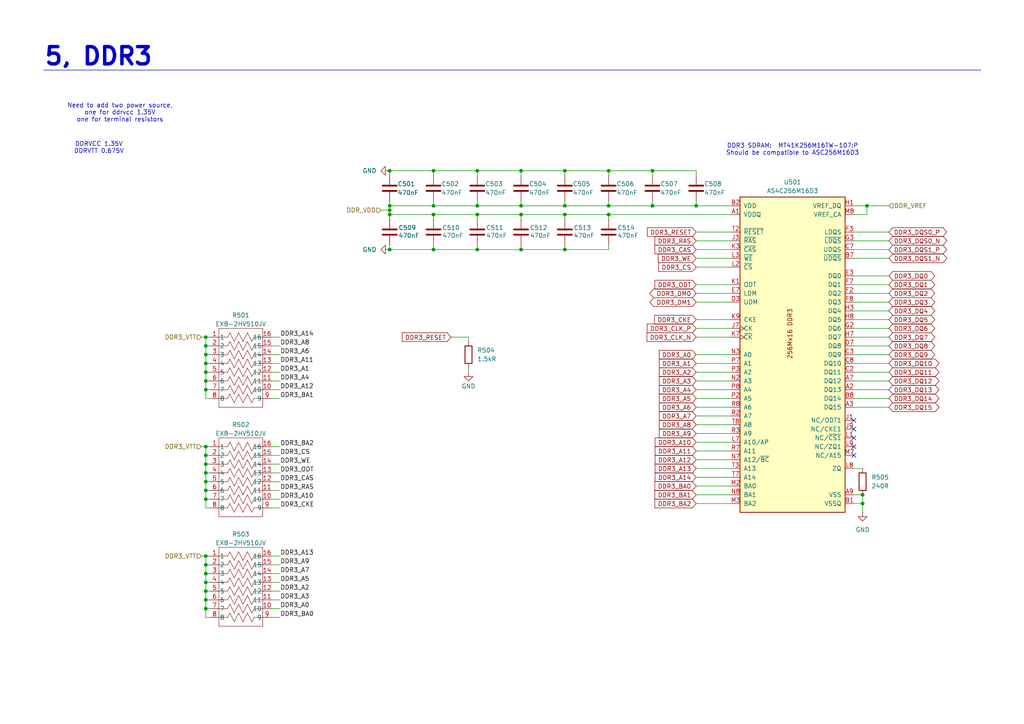
<source format=kicad_sch>
(kicad_sch (version 20250114) (generator "eeschema") (generator_version "9.0")
  (paper "A4")
  (lib_symbols
    (symbol "common_library:AS4C256M16D3" (pin_names (offset 1.016))
      (property "Reference" "U" (at 17.78 6.35 0))
      (property "Value" "AS4C256M16D3" (at 17.78 4.318 0))
      (symbol "AS4C256M16D3_1_1"
        (rectangle (start 2.54 2.54) (end 33.02 -88.9) (stroke (width 0.254)) (fill (type background)))
        (text "256Mx16 DDR3" (at 17.78 -44.45 900) (effects (font (size 1.27 1.27)) (justify left bottom)))
        (pin power_in line (at 0 0 0) (length 2.54) (name "VDD") (number "B2"))
        (pin passive line (at 0 0 0) (length 2.54) (hide yes) (name "VDD") (number "D9"))
        (pin passive line (at 0 0 0) (length 2.54) (hide yes) (name "VDD") (number "G7"))
        (pin passive line (at 0 0 0) (length 2.54) (hide yes) (name "VDD") (number "K2"))
        (pin passive line (at 0 0 0) (length 2.54) (hide yes) (name "VDD") (number "K8"))
        (pin passive line (at 0 0 0) (length 2.54) (hide yes) (name "VDD") (number "N1"))
        (pin passive line (at 0 0 0) (length 2.54) (hide yes) (name "VDD") (number "N9"))
        (pin passive line (at 0 0 0) (length 2.54) (hide yes) (name "VDD") (number "R1"))
        (pin passive line (at 0 0 0) (length 2.54) (hide yes) (name "VDD") (number "R9"))
        (pin power_in line (at 0 -2.54 0) (length 2.54) (name "VDDQ") (number "A1"))
        (pin passive line (at 0 -2.54 0) (length 2.54) (hide yes) (name "VDDQ") (number "A8"))
        (pin passive line (at 0 -2.54 0) (length 2.54) (hide yes) (name "VDDQ") (number "C1"))
        (pin passive line (at 0 -2.54 0) (length 2.54) (hide yes) (name "VDDQ") (number "C9"))
        (pin passive line (at 0 -2.54 0) (length 2.54) (hide yes) (name "VDDQ") (number "D2"))
        (pin passive line (at 0 -2.54 0) (length 2.54) (hide yes) (name "VDDQ") (number "E9"))
        (pin passive line (at 0 -2.54 0) (length 2.54) (hide yes) (name "VDDQ") (number "F1"))
        (pin passive line (at 0 -2.54 0) (length 2.54) (hide yes) (name "VDDQ") (number "H2"))
        (pin passive line (at 0 -2.54 0) (length 2.54) (hide yes) (name "VDDQ") (number "H9"))
        (pin input line (at 0 -7.62 0) (length 2.54) (name "~{RESET}") (number "T2"))
        (pin input line (at 0 -10.16 0) (length 2.54) (name "~{RAS}") (number "J3"))
        (pin input line (at 0 -12.7 0) (length 2.54) (name "~{CAS}") (number "K3"))
        (pin input line (at 0 -15.24 0) (length 2.54) (name "~{WE}") (number "L3"))
        (pin input line (at 0 -17.78 0) (length 2.54) (name "~{CS}") (number "L2"))
        (pin input line (at 0 -22.86 0) (length 2.54) (name "ODT") (number "K1"))
        (pin input line (at 0 -25.4 0) (length 2.54) (name "LDM") (number "E7"))
        (pin input line (at 0 -27.94 0) (length 2.54) (name "UDM") (number "D3"))
        (pin input line (at 0 -33.02 0) (length 2.54) (name "CKE") (number "K9"))
        (pin input clock (at 0 -35.56 0) (length 2.54) (name "CK") (number "J7"))
        (pin input clock (at 0 -38.1 0) (length 2.54) (name "~{CK}") (number "K7"))
        (pin input line (at 0 -43.18 0) (length 2.54) (name "A0") (number "N3"))
        (pin input line (at 0 -45.72 0) (length 2.54) (name "A1") (number "P7"))
        (pin input line (at 0 -48.26 0) (length 2.54) (name "A2") (number "P3"))
        (pin input line (at 0 -50.8 0) (length 2.54) (name "A3") (number "N2"))
        (pin input line (at 0 -53.34 0) (length 2.54) (name "A4") (number "P8"))
        (pin input line (at 0 -55.88 0) (length 2.54) (name "A5") (number "P2"))
        (pin input line (at 0 -58.42 0) (length 2.54) (name "A6") (number "R8"))
        (pin input line (at 0 -60.96 0) (length 2.54) (name "A7") (number "R2"))
        (pin input line (at 0 -63.5 0) (length 2.54) (name "A8") (number "T8"))
        (pin input line (at 0 -66.04 0) (length 2.54) (name "A9") (number "R3"))
        (pin input line (at 0 -68.58 0) (length 2.54) (name "A10/AP") (number "L7"))
        (pin input line (at 0 -71.12 0) (length 2.54) (name "A11") (number "R7"))
        (pin input line (at 0 -73.66 0) (length 2.54) (name "A12/~{BC}") (number "N7"))
        (pin input line (at 0 -76.2 0) (length 2.54) (name "A13") (number "T3"))
        (pin input line (at 0 -78.74 0) (length 2.54) (name "A14") (number "T7"))
        (pin input line (at 0 -81.28 0) (length 2.54) (name "BA0") (number "M2"))
        (pin input line (at 0 -83.82 0) (length 2.54) (name "BA1") (number "N8"))
        (pin input line (at 0 -86.36 0) (length 2.54) (name "BA2") (number "M3"))
        (pin no_connect line (at 12.7 -88.9 90) (length 2.54) (hide yes) (name "M7") (number "M7"))
        (pin no_connect line (at 15.24 -88.9 90) (length 2.54) (hide yes) (name "J1") (number "J1"))
        (pin no_connect line (at 17.78 -88.9 90) (length 2.54) (hide yes) (name "L1") (number "L1"))
        (pin no_connect line (at 20.32 -88.9 90) (length 2.54) (hide yes) (name "T7") (number "T7"))
        (pin no_connect line (at 22.86 -88.9 90) (length 2.54) (hide yes) (name "J9") (number "J9"))
        (pin no_connect line (at 25.4 -88.9 90) (length 2.54) (hide yes) (name "L9") (number "L9"))
        (pin power_in line (at 35.56 0 180) (length 2.54) (name "VREF_DQ") (number "H1"))
        (pin power_in line (at 35.56 -2.54 180) (length 2.54) (name "VREF_CA") (number "M8"))
        (pin bidirectional line (at 35.56 -7.62 180) (length 2.54) (name "LDQS") (number "F3"))
        (pin bidirectional line (at 35.56 -10.16 180) (length 2.54) (name "~{LDQS}") (number "G3"))
        (pin bidirectional line (at 35.56 -12.7 180) (length 2.54) (name "UDQS") (number "C7"))
        (pin bidirectional line (at 35.56 -15.24 180) (length 2.54) (name "~{UDQS}") (number "B7"))
        (pin bidirectional line (at 35.56 -20.32 180) (length 2.54) (name "DQ0") (number "E3"))
        (pin bidirectional line (at 35.56 -22.86 180) (length 2.54) (name "DQ1") (number "F7"))
        (pin bidirectional line (at 35.56 -25.4 180) (length 2.54) (name "DQ2") (number "F2"))
        (pin bidirectional line (at 35.56 -27.94 180) (length 2.54) (name "DQ3") (number "F8"))
        (pin bidirectional line (at 35.56 -30.48 180) (length 2.54) (name "DQ4") (number "H3"))
        (pin bidirectional line (at 35.56 -33.02 180) (length 2.54) (name "DQ5") (number "H8"))
        (pin bidirectional line (at 35.56 -35.56 180) (length 2.54) (name "DQ6") (number "G2"))
        (pin bidirectional line (at 35.56 -38.1 180) (length 2.54) (name "DQ7") (number "H7"))
        (pin bidirectional line (at 35.56 -40.64 180) (length 2.54) (name "DQ8") (number "D7"))
        (pin bidirectional line (at 35.56 -43.18 180) (length 2.54) (name "DQ9") (number "C3"))
        (pin bidirectional line (at 35.56 -45.72 180) (length 2.54) (name "DQ10") (number "C8"))
        (pin bidirectional line (at 35.56 -48.26 180) (length 2.54) (name "DQ11") (number "C2"))
        (pin bidirectional line (at 35.56 -50.8 180) (length 2.54) (name "DQ12") (number "A7"))
        (pin bidirectional line (at 35.56 -53.34 180) (length 2.54) (name "DQ13") (number "A2"))
        (pin bidirectional line (at 35.56 -55.88 180) (length 2.54) (name "DQ14") (number "B8"))
        (pin bidirectional line (at 35.56 -58.42 180) (length 2.54) (name "DQ15") (number "A3"))
        (pin passive line (at 35.56 -62.23 180) (length 2.54) (name "NC/ODT1") (number "J1"))
        (pin passive line (at 35.56 -64.77 180) (length 2.54) (name "NC/CKE1") (number "J9"))
        (pin passive line (at 35.56 -67.31 180) (length 2.54) (name "NC/~{CS1}") (number "L1"))
        (pin passive line (at 35.56 -69.85 180) (length 2.54) (name "NC/ZQ1") (number "L9"))
        (pin passive line (at 35.56 -72.39 180) (length 2.54) (name "NC/A15") (number "M7"))
        (pin passive line (at 35.56 -76.2 180) (length 2.54) (name "ZQ") (number "L8"))
        (pin power_in line (at 35.56 -83.82 180) (length 2.54) (name "VSS") (number "A9"))
        (pin passive line (at 35.56 -83.82 180) (length 2.54) (hide yes) (name "VSS") (number "B3"))
        (pin passive line (at 35.56 -83.82 180) (length 2.54) (hide yes) (name "VSS") (number "E1"))
        (pin passive line (at 35.56 -83.82 180) (length 2.54) (hide yes) (name "VSS") (number "G8"))
        (pin passive line (at 35.56 -83.82 180) (length 2.54) (hide yes) (name "VSS") (number "J2"))
        (pin passive line (at 35.56 -83.82 180) (length 2.54) (hide yes) (name "VSS") (number "J8"))
        (pin passive line (at 35.56 -83.82 180) (length 2.54) (hide yes) (name "VSS") (number "M1"))
        (pin passive line (at 35.56 -83.82 180) (length 2.54) (hide yes) (name "VSS") (number "M9"))
        (pin passive line (at 35.56 -83.82 180) (length 2.54) (hide yes) (name "VSS") (number "P1"))
        (pin passive line (at 35.56 -83.82 180) (length 2.54) (hide yes) (name "VSS") (number "P9"))
        (pin passive line (at 35.56 -83.82 180) (length 2.54) (hide yes) (name "VSS") (number "T1"))
        (pin passive line (at 35.56 -83.82 180) (length 2.54) (hide yes) (name "VSS") (number "T9"))
        (pin power_in line (at 35.56 -86.36 180) (length 2.54) (name "VSSQ") (number "B1"))
        (pin passive line (at 35.56 -86.36 180) (length 2.54) (hide yes) (name "VSSQ") (number "B9"))
        (pin passive line (at 35.56 -86.36 180) (length 2.54) (hide yes) (name "VSSQ") (number "D1"))
        (pin passive line (at 35.56 -86.36 180) (length 2.54) (hide yes) (name "VSSQ") (number "D8"))
        (pin passive line (at 35.56 -86.36 180) (length 2.54) (hide yes) (name "VSSQ") (number "E2"))
        (pin passive line (at 35.56 -86.36 180) (length 2.54) (hide yes) (name "VSSQ") (number "E8"))
        (pin passive line (at 35.56 -86.36 180) (length 2.54) (hide yes) (name "VSSQ") (number "F9"))
        (pin passive line (at 35.56 -86.36 180) (length 2.54) (hide yes) (name "VSSQ") (number "G1"))
        (pin passive line (at 35.56 -86.36 180) (length 2.54) (hide yes) (name "VSSQ") (number "G9"))
      )
    )
    (symbol "common_library:EXB-2HV510JV" (pin_names (offset 0.254))
      (property "Reference" "R" (at -0.508 18.034 0))
      (property "Value" "EXB-2HV510JV" (at 0 14.478 0))
      (symbol "EXB-2HV510JV_0_1"
        (polyline (pts (xy -6.35 11.43) (xy -6.35 -11.43)) (stroke (width 0.127)))
        (polyline (pts (xy -6.35 8.89) (xy -3.81 8.89)) (stroke (width 0.127)))
        (polyline (pts (xy -6.35 6.35) (xy -3.81 6.35)) (stroke (width 0.127)))
        (polyline (pts (xy -6.35 3.81) (xy -3.81 3.81)) (stroke (width 0.127)))
        (polyline (pts (xy -6.35 1.27) (xy -3.81 1.27)) (stroke (width 0.127)))
        (polyline (pts (xy -6.35 -1.27) (xy -3.81 -1.27)) (stroke (width 0.127)))
        (polyline (pts (xy -6.35 -3.81) (xy -3.81 -3.81)) (stroke (width 0.127)))
        (polyline (pts (xy -6.35 -6.35) (xy -3.81 -6.35)) (stroke (width 0.127)))
        (polyline (pts (xy -6.35 -8.89) (xy -3.81 -8.89)) (stroke (width 0.127)))
        (polyline (pts (xy -6.35 -11.43) (xy 6.35 -11.43)) (stroke (width 0.127)))
        (polyline (pts (xy -3.81 8.89) (xy -3.175 10.16)) (stroke (width 0.127)))
        (polyline (pts (xy -3.81 6.35) (xy -3.175 7.62)) (stroke (width 0.127)))
        (polyline (pts (xy -3.81 3.81) (xy -3.175 5.08)) (stroke (width 0.127)))
        (polyline (pts (xy -3.81 1.27) (xy -3.175 2.54)) (stroke (width 0.127)))
        (polyline (pts (xy -3.81 -1.27) (xy -3.175 0)) (stroke (width 0.127)))
        (polyline (pts (xy -3.81 -3.81) (xy -3.175 -2.54)) (stroke (width 0.127)))
        (polyline (pts (xy -3.81 -6.35) (xy -3.175 -5.08)) (stroke (width 0.127)))
        (polyline (pts (xy -3.81 -8.89) (xy -3.175 -7.62)) (stroke (width 0.127)))
        (polyline (pts (xy -3.175 10.16) (xy -1.905 7.62)) (stroke (width 0.127)))
        (polyline (pts (xy -3.175 7.62) (xy -1.905 5.08)) (stroke (width 0.127)))
        (polyline (pts (xy -3.175 5.08) (xy -1.905 2.54)) (stroke (width 0.127)))
        (polyline (pts (xy -3.175 2.54) (xy -1.905 0)) (stroke (width 0.127)))
        (polyline (pts (xy -3.175 0) (xy -1.905 -2.54)) (stroke (width 0.127)))
        (polyline (pts (xy -3.175 -2.54) (xy -1.905 -5.08)) (stroke (width 0.127)))
        (polyline (pts (xy -3.175 -5.08) (xy -1.905 -7.62)) (stroke (width 0.127)))
        (polyline (pts (xy -3.175 -7.62) (xy -1.905 -10.16)) (stroke (width 0.127)))
        (polyline (pts (xy -1.905 7.62) (xy -0.635 10.16)) (stroke (width 0.127)))
        (polyline (pts (xy -1.905 5.08) (xy -0.635 7.62)) (stroke (width 0.127)))
        (polyline (pts (xy -1.905 2.54) (xy -0.635 5.08)) (stroke (width 0.127)))
        (polyline (pts (xy -1.905 0) (xy -0.635 2.54)) (stroke (width 0.127)))
        (polyline (pts (xy -1.905 -2.54) (xy -0.635 0)) (stroke (width 0.127)))
        (polyline (pts (xy -1.905 -5.08) (xy -0.635 -2.54)) (stroke (width 0.127)))
        (polyline (pts (xy -1.905 -7.62) (xy -0.635 -5.08)) (stroke (width 0.127)))
        (polyline (pts (xy -1.905 -10.16) (xy -0.635 -7.62)) (stroke (width 0.127)))
        (polyline (pts (xy -0.635 10.16) (xy 0.635 7.62)) (stroke (width 0.127)))
        (polyline (pts (xy -0.635 7.62) (xy 0.635 5.08)) (stroke (width 0.127)))
        (polyline (pts (xy -0.635 5.08) (xy 0.635 2.54)) (stroke (width 0.127)))
        (polyline (pts (xy -0.635 2.54) (xy 0.635 0)) (stroke (width 0.127)))
        (polyline (pts (xy -0.635 0) (xy 0.635 -2.54)) (stroke (width 0.127)))
        (polyline (pts (xy -0.635 -2.54) (xy 0.635 -5.08)) (stroke (width 0.127)))
        (polyline (pts (xy -0.635 -5.08) (xy 0.635 -7.62)) (stroke (width 0.127)))
        (polyline (pts (xy -0.635 -7.62) (xy 0.635 -10.16)) (stroke (width 0.127)))
        (polyline (pts (xy 0.635 7.62) (xy 1.905 10.16)) (stroke (width 0.127)))
        (polyline (pts (xy 0.635 5.08) (xy 1.905 7.62)) (stroke (width 0.127)))
        (polyline (pts (xy 0.635 2.54) (xy 1.905 5.08)) (stroke (width 0.127)))
        (polyline (pts (xy 0.635 0) (xy 1.905 2.54)) (stroke (width 0.127)))
        (polyline (pts (xy 0.635 -2.54) (xy 1.905 0)) (stroke (width 0.127)))
        (polyline (pts (xy 0.635 -5.08) (xy 1.905 -2.54)) (stroke (width 0.127)))
        (polyline (pts (xy 0.635 -7.62) (xy 1.905 -5.08)) (stroke (width 0.127)))
        (polyline (pts (xy 0.635 -10.16) (xy 1.905 -7.62)) (stroke (width 0.127)))
        (polyline (pts (xy 1.905 10.16) (xy 3.175 7.62)) (stroke (width 0.127)))
        (polyline (pts (xy 1.905 7.62) (xy 3.175 5.08)) (stroke (width 0.127)))
        (polyline (pts (xy 1.905 5.08) (xy 3.175 2.54)) (stroke (width 0.127)))
        (polyline (pts (xy 1.905 2.54) (xy 3.175 0)) (stroke (width 0.127)))
        (polyline (pts (xy 1.905 0) (xy 3.175 -2.54)) (stroke (width 0.127)))
        (polyline (pts (xy 1.905 -2.54) (xy 3.175 -5.08)) (stroke (width 0.127)))
        (polyline (pts (xy 1.905 -5.08) (xy 3.175 -7.62)) (stroke (width 0.127)))
        (polyline (pts (xy 1.905 -7.62) (xy 3.175 -10.16)) (stroke (width 0.127)))
        (polyline (pts (xy 3.175 7.62) (xy 3.81 8.89)) (stroke (width 0.127)))
        (polyline (pts (xy 3.175 5.08) (xy 3.81 6.35)) (stroke (width 0.127)))
        (polyline (pts (xy 3.175 2.54) (xy 3.81 3.81)) (stroke (width 0.127)))
        (polyline (pts (xy 3.175 0) (xy 3.81 1.27)) (stroke (width 0.127)))
        (polyline (pts (xy 3.175 -2.54) (xy 3.81 -1.27)) (stroke (width 0.127)))
        (polyline (pts (xy 3.175 -5.08) (xy 3.81 -3.81)) (stroke (width 0.127)))
        (polyline (pts (xy 3.175 -7.62) (xy 3.81 -6.35)) (stroke (width 0.127)))
        (polyline (pts (xy 3.175 -10.16) (xy 3.81 -8.89)) (stroke (width 0.127)))
        (polyline (pts (xy 3.81 8.89) (xy 6.35 8.89)) (stroke (width 0.127)))
        (polyline (pts (xy 3.81 6.35) (xy 6.35 6.35)) (stroke (width 0.127)))
        (polyline (pts (xy 3.81 3.81) (xy 6.35 3.81)) (stroke (width 0.127)))
        (polyline (pts (xy 3.81 1.27) (xy 6.35 1.27)) (stroke (width 0.127)))
        (polyline (pts (xy 3.81 -1.27) (xy 6.35 -1.27)) (stroke (width 0.127)))
        (polyline (pts (xy 3.81 -3.81) (xy 6.35 -3.81)) (stroke (width 0.127)))
        (polyline (pts (xy 3.81 -6.35) (xy 6.35 -6.35)) (stroke (width 0.127)))
        (polyline (pts (xy 3.81 -8.89) (xy 6.35 -8.89)) (stroke (width 0.127)))
        (polyline (pts (xy 6.35 11.43) (xy -6.35 11.43)) (stroke (width 0.127)))
        (polyline (pts (xy 6.35 11.43) (xy 6.35 -11.43)) (stroke (width 0.127)))
        (pin unspecified line (at -8.89 8.89 0) (length 2.54) (name "1") (number "1"))
        (pin unspecified line (at -8.89 6.35 0) (length 2.54) (name "2") (number "2"))
        (pin unspecified line (at -8.89 3.81 0) (length 2.54) (name "3") (number "3"))
        (pin unspecified line (at -8.89 1.27 0) (length 2.54) (name "4") (number "4"))
        (pin unspecified line (at -8.89 -1.27 0) (length 2.54) (name "5") (number "5"))
        (pin unspecified line (at -8.89 -3.81 0) (length 2.54) (name "6") (number "6"))
        (pin unspecified line (at -8.89 -6.35 0) (length 2.54) (name "7") (number "7"))
        (pin unspecified line (at -8.89 -8.89 0) (length 2.54) (name "8") (number "8"))
        (pin unspecified line (at 8.89 8.89 180) (length 2.54) (name "16") (number "16"))
        (pin unspecified line (at 8.89 6.35 180) (length 2.54) (name "15") (number "15"))
        (pin unspecified line (at 8.89 3.81 180) (length 2.54) (name "14") (number "14"))
        (pin unspecified line (at 8.89 1.27 180) (length 2.54) (name "13") (number "13"))
        (pin unspecified line (at 8.89 -1.27 180) (length 2.54) (name "12") (number "12"))
        (pin unspecified line (at 8.89 -3.81 180) (length 2.54) (name "11") (number "11"))
        (pin unspecified line (at 8.89 -6.35 180) (length 2.54) (name "10") (number "10"))
        (pin unspecified line (at 8.89 -8.89 180) (length 2.54) (name "9") (number "9"))
      )
    )
    (symbol "passive:C0402" (pin_numbers (hide yes)) (pin_names (offset 0.254))
      (property "Reference" "C" (at 0.635 2.54 0))
      (property "Value" "C0402" (at 0.635 -2.54 0))
      (symbol "C0402_0_1"
        (polyline (pts (xy -2.032 0.762) (xy 2.032 0.762)) (stroke (width 0.508)))
        (polyline (pts (xy -2.032 -0.762) (xy 2.032 -0.762)) (stroke (width 0.508)))
      )
      (symbol "C0402_1_1"
        (pin passive line (at 0 3.81 270) (length 2.794) (name "~") (number "1"))
        (pin passive line (at 0 -3.81 90) (length 2.794) (name "~") (number "2"))
      )
    )
    (symbol "passive:R0402" (pin_numbers (hide yes)) (pin_names (offset 0))
      (property "Reference" "R" (at 2.032 0 90))
      (property "Value" "R" (at 0 0 90))
      (symbol "R0402_0_1"
        (rectangle (start -1.016 -2.54) (end 1.016 2.54) (stroke (width 0.254)))
      )
      (symbol "R0402_1_1"
        (pin passive line (at 0 3.81 270) (length 1.27) (name "~") (number "1"))
        (pin passive line (at 0 -3.81 90) (length 1.27) (name "~") (number "2"))
      )
    )
    (symbol "power:GND" (power) (pin_numbers (hide yes)) (pin_names (offset 0) (hide yes))
      (property "Value" "GND" (at 0 -3.81 0))
      (symbol "GND_0_1"
        (polyline (pts (xy 0 0) (xy 0 -1.27) (xy 1.27 -1.27) (xy 0 -2.54) (xy -1.27 -1.27) (xy 0 -1.27)))
      )
      (symbol "GND_1_1"
        (pin power_in line (at 0 0 270) (length 0) (name "~") (number "1"))
      )
    )
  )
  (text "DDRVCC 1.35V\nDDRVTT 0.675V" (at 28.702 42.926 0) (effects (font (size 1.27 1.27))))
  (text "DDR3 SDRAM:  MT41K256M16TW-107:P\nShould be compatible to ASC256M16D3\n" (at 229.87 43.434 0) (effects (font (size 1.27 1.27))))
  (text "Need to add two power source,\none for ddrvcc 1.35V\none for terminal resistors" (at 34.798 32.766 0) (effects (font (size 1.27 1.27))))
  (text "5, DDR3 " (at 30.48 16.51 0) (effects (font (size 5 5) (thickness 1) (bold yes))))
  (junction (at 59.69 173.99))
  (junction (at 201.93 59.69))
  (junction (at 125.73 72.39))
  (junction (at 59.69 100.33))
  (junction (at 59.69 139.7))
  (junction (at 59.69 163.83))
  (junction (at 59.69 144.78))
  (junction (at 151.13 49.53))
  (junction (at 59.69 168.91))
  (junction (at 138.43 62.23))
  (junction (at 163.83 72.39))
  (junction (at 163.83 49.53))
  (junction (at 125.73 49.53))
  (junction (at 59.69 142.24))
  (junction (at 59.69 176.53))
  (junction (at 59.69 105.41))
  (junction (at 59.69 161.29))
  (junction (at 113.03 62.23))
  (junction (at 163.83 62.23))
  (junction (at 59.69 129.54))
  (junction (at 250.19 146.05))
  (junction (at 251.46 59.69))
  (junction (at 176.53 49.53))
  (junction (at 138.43 49.53))
  (junction (at 163.83 59.69))
  (junction (at 125.73 62.23))
  (junction (at 59.69 97.79))
  (junction (at 113.03 60.96))
  (junction (at 151.13 59.69))
  (junction (at 250.19 143.51))
  (junction (at 176.53 62.23))
  (junction (at 113.03 72.39))
  (junction (at 59.69 134.62))
  (junction (at 113.03 49.53))
  (junction (at 189.23 49.53))
  (junction (at 59.69 171.45))
  (junction (at 59.69 137.16))
  (junction (at 125.73 59.69))
  (junction (at 59.69 110.49))
  (junction (at 176.53 59.69))
  (junction (at 59.69 107.95))
  (junction (at 189.23 59.69))
  (junction (at 59.69 113.03))
  (junction (at 138.43 59.69))
  (junction (at 59.69 132.08))
  (junction (at 151.13 72.39))
  (junction (at 138.43 72.39))
  (junction (at 59.69 166.37))
  (junction (at 151.13 62.23))
  (junction (at 59.69 102.87))
  (junction (at 113.03 59.69))
  (no_connect (at 247.65 132.08))
  (no_connect (at 247.65 127))
  (no_connect (at 247.65 129.54))
  (no_connect (at 247.65 124.46))
  (no_connect (at 247.65 121.92))
  (wire (pts (xy 201.93 67.31) (xy 212.09 67.31)))
  (wire (pts (xy 201.93 82.55) (xy 212.09 82.55)))
  (wire (pts (xy 176.53 62.23) (xy 212.09 62.23)))
  (wire (pts (xy 78.74 173.99) (xy 81.28 173.99)))
  (wire (pts (xy 59.69 144.78) (xy 60.96 144.78)))
  (wire (pts (xy 59.69 137.16) (xy 60.96 137.16)))
  (wire (pts (xy 78.74 100.33) (xy 81.28 100.33)))
  (wire (pts (xy 257.81 72.39) (xy 247.65 72.39)))
  (wire (pts (xy 59.69 176.53) (xy 59.69 179.07)))
  (wire (pts (xy 113.03 58.42) (xy 113.03 59.69)))
  (wire (pts (xy 257.81 85.09) (xy 247.65 85.09)))
  (wire (pts (xy 201.93 77.47) (xy 212.09 77.47)))
  (wire (pts (xy 247.65 143.51) (xy 250.19 143.51)))
  (wire (pts (xy 163.83 58.42) (xy 163.83 59.69)))
  (wire (pts (xy 201.93 59.69) (xy 212.09 59.69)))
  (wire (pts (xy 78.74 179.07) (xy 81.28 179.07)))
  (wire (pts (xy 59.69 110.49) (xy 59.69 113.03)))
  (wire (pts (xy 257.81 95.25) (xy 247.65 95.25)))
  (wire (pts (xy 78.74 107.95) (xy 81.28 107.95)))
  (wire (pts (xy 257.81 90.17) (xy 247.65 90.17)))
  (wire (pts (xy 78.74 97.79) (xy 81.28 97.79)))
  (wire (pts (xy 138.43 72.39) (xy 151.13 72.39)))
  (wire (pts (xy 125.73 72.39) (xy 138.43 72.39)))
  (wire (pts (xy 113.03 59.69) (xy 125.73 59.69)))
  (wire (pts (xy 151.13 49.53) (xy 163.83 49.53)))
  (wire (pts (xy 189.23 49.53) (xy 189.23 50.8)))
  (wire (pts (xy 176.53 72.39) (xy 176.53 71.12)))
  (wire (pts (xy 125.73 49.53) (xy 125.73 50.8)))
  (wire (pts (xy 59.69 100.33) (xy 60.96 100.33)))
  (wire (pts (xy 59.69 113.03) (xy 59.69 115.57)))
  (wire (pts (xy 59.69 102.87) (xy 60.96 102.87)))
  (wire (pts (xy 257.81 107.95) (xy 247.65 107.95)))
  (wire (pts (xy 59.69 166.37) (xy 60.96 166.37)))
  (wire (pts (xy 58.42 129.54) (xy 59.69 129.54)))
  (wire (pts (xy 163.83 72.39) (xy 163.83 71.12)))
  (wire (pts (xy 113.03 72.39) (xy 125.73 72.39)))
  (wire (pts (xy 257.81 69.85) (xy 247.65 69.85)))
  (wire (pts (xy 78.74 132.08) (xy 81.28 132.08)))
  (wire (pts (xy 125.73 72.39) (xy 125.73 71.12)))
  (wire (pts (xy 151.13 58.42) (xy 151.13 59.69)))
  (wire (pts (xy 78.74 115.57) (xy 81.28 115.57)))
  (wire (pts (xy 201.93 130.81) (xy 212.09 130.81)))
  (wire (pts (xy 59.69 132.08) (xy 60.96 132.08)))
  (wire (pts (xy 163.83 72.39) (xy 176.53 72.39)))
  (wire (pts (xy 251.46 62.23) (xy 247.65 62.23)))
  (wire (pts (xy 78.74 102.87) (xy 81.28 102.87)))
  (wire (pts (xy 135.89 106.68) (xy 135.89 107.95)))
  (wire (pts (xy 59.69 173.99) (xy 59.69 176.53)))
  (wire (pts (xy 201.93 146.05) (xy 212.09 146.05)))
  (wire (pts (xy 201.93 72.39) (xy 212.09 72.39)))
  (wire (pts (xy 78.74 176.53) (xy 81.28 176.53)))
  (wire (pts (xy 201.93 120.65) (xy 212.09 120.65)))
  (wire (pts (xy 138.43 49.53) (xy 138.43 50.8)))
  (wire (pts (xy 59.69 173.99) (xy 60.96 173.99)))
  (wire (pts (xy 257.81 102.87) (xy 247.65 102.87)))
  (wire (pts (xy 59.69 129.54) (xy 59.69 132.08)))
  (wire (pts (xy 59.69 100.33) (xy 59.69 102.87)))
  (wire (pts (xy 59.69 171.45) (xy 59.69 173.99)))
  (wire (pts (xy 59.69 129.54) (xy 60.96 129.54)))
  (wire (pts (xy 151.13 59.69) (xy 163.83 59.69)))
  (wire (pts (xy 201.93 110.49) (xy 212.09 110.49)))
  (wire (pts (xy 78.74 105.41) (xy 81.28 105.41)))
  (wire (pts (xy 138.43 59.69) (xy 151.13 59.69)))
  (wire (pts (xy 125.73 58.42) (xy 125.73 59.69)))
  (wire (pts (xy 201.93 128.27) (xy 212.09 128.27)))
  (wire (pts (xy 250.19 146.05) (xy 250.19 148.59)))
  (wire (pts (xy 58.42 161.29) (xy 59.69 161.29)))
  (wire (pts (xy 189.23 49.53) (xy 201.93 49.53)))
  (wire (pts (xy 59.69 179.07) (xy 60.96 179.07)))
  (wire (pts (xy 59.69 137.16) (xy 59.69 139.7)))
  (wire (pts (xy 59.69 161.29) (xy 59.69 163.83)))
  (wire (pts (xy 59.69 163.83) (xy 59.69 166.37)))
  (wire (pts (xy 110.49 60.96) (xy 113.03 60.96)))
  (wire (pts (xy 163.83 59.69) (xy 176.53 59.69)))
  (wire (pts (xy 78.74 144.78) (xy 81.28 144.78)))
  (wire (pts (xy 78.74 137.16) (xy 81.28 137.16)))
  (wire (pts (xy 257.81 67.31) (xy 247.65 67.31)))
  (wire (pts (xy 176.53 58.42) (xy 176.53 59.69)))
  (wire (pts (xy 163.83 63.5) (xy 163.83 62.23)))
  (wire (pts (xy 201.93 138.43) (xy 212.09 138.43)))
  (wire (pts (xy 59.69 97.79) (xy 59.69 100.33)))
  (wire (pts (xy 59.69 166.37) (xy 59.69 168.91)))
  (wire (pts (xy 251.46 59.69) (xy 257.81 59.69)))
  (wire (pts (xy 247.65 59.69) (xy 251.46 59.69)))
  (wire (pts (xy 151.13 72.39) (xy 151.13 71.12)))
  (wire (pts (xy 125.73 49.53) (xy 138.43 49.53)))
  (wire (pts (xy 59.69 161.29) (xy 60.96 161.29)))
  (wire (pts (xy 59.69 168.91) (xy 59.69 171.45)))
  (wire (pts (xy 59.69 147.32) (xy 60.96 147.32)))
  (wire (pts (xy 176.53 49.53) (xy 176.53 50.8)))
  (wire (pts (xy 78.74 139.7) (xy 81.28 139.7)))
  (wire (pts (xy 189.23 58.42) (xy 189.23 59.69)))
  (wire (pts (xy 201.93 97.79) (xy 212.09 97.79)))
  (wire (pts (xy 201.93 74.93) (xy 212.09 74.93)))
  (wire (pts (xy 59.69 113.03) (xy 60.96 113.03)))
  (wire (pts (xy 113.03 50.8) (xy 113.03 49.53)))
  (wire (pts (xy 59.69 102.87) (xy 59.69 105.41)))
  (wire (pts (xy 59.69 105.41) (xy 59.69 107.95)))
  (wire (pts (xy 251.46 59.69) (xy 251.46 62.23)))
  (wire (pts (xy 125.73 63.5) (xy 125.73 62.23)))
  (wire (pts (xy 78.74 147.32) (xy 81.28 147.32)))
  (wire (pts (xy 59.69 110.49) (xy 60.96 110.49)))
  (wire (pts (xy 201.93 140.97) (xy 212.09 140.97)))
  (wire (pts (xy 201.93 69.85) (xy 212.09 69.85)))
  (wire (pts (xy 189.23 59.69) (xy 201.93 59.69)))
  (wire (pts (xy 163.83 49.53) (xy 176.53 49.53)))
  (wire (pts (xy 201.93 123.19) (xy 212.09 123.19)))
  (wire (pts (xy 59.69 134.62) (xy 59.69 137.16)))
  (wire (pts (xy 59.69 115.57) (xy 60.96 115.57)))
  (wire (pts (xy 138.43 63.5) (xy 138.43 62.23)))
  (wire (pts (xy 78.74 163.83) (xy 81.28 163.83)))
  (wire (pts (xy 78.74 161.29) (xy 81.28 161.29)))
  (wire (pts (xy 163.83 62.23) (xy 176.53 62.23)))
  (wire (pts (xy 257.81 87.63) (xy 247.65 87.63)))
  (wire (pts (xy 78.74 171.45) (xy 81.28 171.45)))
  (wire (pts (xy 113.03 62.23) (xy 125.73 62.23)))
  (wire (pts (xy 151.13 62.23) (xy 163.83 62.23)))
  (wire (pts (xy 78.74 142.24) (xy 81.28 142.24)))
  (wire (pts (xy 151.13 72.39) (xy 163.83 72.39)))
  (wire (pts (xy 113.03 49.53) (xy 125.73 49.53)))
  (wire (pts (xy 78.74 134.62) (xy 81.28 134.62)))
  (wire (pts (xy 201.93 107.95) (xy 212.09 107.95)))
  (wire (pts (xy 257.81 105.41) (xy 247.65 105.41)))
  (wire (pts (xy 201.93 105.41) (xy 212.09 105.41)))
  (wire (pts (xy 257.81 74.93) (xy 247.65 74.93)))
  (wire (pts (xy 78.74 129.54) (xy 81.28 129.54)))
  (wire (pts (xy 59.69 105.41) (xy 60.96 105.41)))
  (wire (pts (xy 59.69 134.62) (xy 60.96 134.62)))
  (wire (pts (xy 113.03 63.5) (xy 113.03 62.23)))
  (wire (pts (xy 257.81 92.71) (xy 247.65 92.71)))
  (wire (pts (xy 59.69 176.53) (xy 60.96 176.53)))
  (wire (pts (xy 201.93 125.73) (xy 212.09 125.73)))
  (wire (pts (xy 59.69 163.83) (xy 60.96 163.83)))
  (wire (pts (xy 59.69 171.45) (xy 60.96 171.45)))
  (wire (pts (xy 201.93 133.35) (xy 212.09 133.35)))
  (wire (pts (xy 59.69 107.95) (xy 60.96 107.95)))
  (wire (pts (xy 59.69 142.24) (xy 59.69 144.78)))
  (wire (pts (xy 257.81 97.79) (xy 247.65 97.79)))
  (wire (pts (xy 138.43 62.23) (xy 151.13 62.23)))
  (wire (pts (xy 201.93 115.57) (xy 212.09 115.57)))
  (wire (pts (xy 201.93 95.25) (xy 212.09 95.25)))
  (wire (pts (xy 163.83 49.53) (xy 163.83 50.8)))
  (wire (pts (xy 113.03 59.69) (xy 113.03 60.96)))
  (wire (pts (xy 59.69 139.7) (xy 59.69 142.24)))
  (wire (pts (xy 250.19 143.51) (xy 250.19 146.05)))
  (polyline (pts (xy 12.7 20.32) (xy 284.48 20.32)))
  (wire (pts (xy 201.93 49.53) (xy 201.93 50.8)))
  (wire (pts (xy 59.69 144.78) (xy 59.69 147.32)))
  (wire (pts (xy 59.69 97.79) (xy 60.96 97.79)))
  (wire (pts (xy 59.69 139.7) (xy 60.96 139.7)))
  (wire (pts (xy 125.73 59.69) (xy 138.43 59.69)))
  (wire (pts (xy 201.93 118.11) (xy 212.09 118.11)))
  (wire (pts (xy 78.74 168.91) (xy 81.28 168.91)))
  (wire (pts (xy 125.73 62.23) (xy 138.43 62.23)))
  (wire (pts (xy 257.81 82.55) (xy 247.65 82.55)))
  (wire (pts (xy 59.69 132.08) (xy 59.69 134.62)))
  (wire (pts (xy 201.93 113.03) (xy 212.09 113.03)))
  (wire (pts (xy 138.43 49.53) (xy 151.13 49.53)))
  (wire (pts (xy 113.03 71.12) (xy 113.03 72.39)))
  (wire (pts (xy 176.53 59.69) (xy 189.23 59.69)))
  (wire (pts (xy 257.81 118.11) (xy 247.65 118.11)))
  (wire (pts (xy 138.43 72.39) (xy 138.43 71.12)))
  (wire (pts (xy 201.93 102.87) (xy 212.09 102.87)))
  (wire (pts (xy 176.53 49.53) (xy 189.23 49.53)))
  (wire (pts (xy 78.74 110.49) (xy 81.28 110.49)))
  (wire (pts (xy 78.74 166.37) (xy 81.28 166.37)))
  (wire (pts (xy 59.69 107.95) (xy 59.69 110.49)))
  (wire (pts (xy 151.13 63.5) (xy 151.13 62.23)))
  (wire (pts (xy 247.65 80.01) (xy 257.81 80.01)))
  (wire (pts (xy 257.81 100.33) (xy 247.65 100.33)))
  (wire (pts (xy 257.81 115.57) (xy 247.65 115.57)))
  (wire (pts (xy 247.65 135.89) (xy 250.19 135.89)))
  (wire (pts (xy 113.03 60.96) (xy 113.03 62.23)))
  (wire (pts (xy 247.65 146.05) (xy 250.19 146.05)))
  (wire (pts (xy 212.09 87.63) (xy 201.93 87.63)))
  (wire (pts (xy 176.53 63.5) (xy 176.53 62.23)))
  (wire (pts (xy 201.93 143.51) (xy 212.09 143.51)))
  (wire (pts (xy 201.93 135.89) (xy 212.09 135.89)))
  (wire (pts (xy 201.93 85.09) (xy 212.09 85.09)))
  (wire (pts (xy 59.69 168.91) (xy 60.96 168.91)))
  (wire (pts (xy 135.89 97.79) (xy 135.89 99.06)))
  (wire (pts (xy 78.74 113.03) (xy 81.28 113.03)))
  (wire (pts (xy 59.69 142.24) (xy 60.96 142.24)))
  (wire (pts (xy 257.81 110.49) (xy 247.65 110.49)))
  (wire (pts (xy 138.43 58.42) (xy 138.43 59.69)))
  (wire (pts (xy 201.93 58.42) (xy 201.93 59.69)))
  (wire (pts (xy 201.93 92.71) (xy 212.09 92.71)))
  (wire (pts (xy 58.42 97.79) (xy 59.69 97.79)))
  (wire (pts (xy 130.81 97.79) (xy 135.89 97.79)))
  (wire (pts (xy 151.13 49.53) (xy 151.13 50.8)))
  (wire (pts (xy 257.81 113.03) (xy 247.65 113.03)))
  (label "DDR3_ODT" (at 81.28 137.16 0))
  (label "DDR3_BA2" (at 81.28 129.54 0))
  (label "DDR3_BA0" (at 81.28 179.07 0))
  (label "DDR3_A0" (at 81.28 176.53 0))
  (label "DDR3_A7" (at 81.28 166.37 0))
  (label "DDR3_A9" (at 81.28 163.83 0))
  (label "DDR3_RAS" (at 81.28 142.24 0))
  (label "DDR3_CKE" (at 81.28 147.32 0))
  (label "DDR3_A8" (at 81.28 100.33 0))
  (label "DDR3_A2" (at 81.28 171.45 0))
  (label "DDR3_A6" (at 81.28 102.87 0))
  (label "DDR3_CAS" (at 81.28 139.7 0))
  (label "DDR3_A5" (at 81.28 168.91 0))
  (label "DDR3_A12" (at 81.28 113.03 0))
  (label "DDR3_A14" (at 81.28 97.79 0))
  (label "DDR3_BA1" (at 81.28 115.57 0))
  (label "DDR3_A4" (at 81.28 110.49 0))
  (label "DDR3_A10" (at 81.28 144.78 0))
  (label "DDR3_A3" (at 81.28 173.99 0))
  (label "DDR3_WE" (at 81.28 134.62 0))
  (label "DDR3_A13" (at 81.28 161.29 0))
  (label "DDR3_CS" (at 81.28 132.08 0))
  (label "DDR3_A11" (at 81.28 105.41 0))
  (label "DDR3_A1" (at 81.28 107.95 0))
  (global_label "DDR3_BA1" (shape input) (at 201.93 143.51 180) (property "Intersheetrefs" "${INTERSHEET_REFS}" (effects (hide yes))))
  (global_label "DDR3_DQ15" (shape bidirectional) (at 257.81 118.11 0) (property "Intersheetrefs" "${INTERSHEET_REFS}" (effects (hide yes))))
  (global_label "DDR3_A10" (shape input) (at 201.93 128.27 180) (property "Intersheetrefs" "${INTERSHEET_REFS}" (effects (hide yes))))
  (global_label "DDR3_CLK_N" (shape input) (at 201.93 97.79 180) (property "Intersheetrefs" "${INTERSHEET_REFS}" (effects (hide yes))))
  (global_label "DDR3_DQ13" (shape bidirectional) (at 257.81 113.03 0) (property "Intersheetrefs" "${INTERSHEET_REFS}" (effects (hide yes))))
  (global_label "DDR3_RESET" (shape input) (at 201.93 67.31 180) (property "Intersheetrefs" "${INTERSHEET_REFS}" (effects (hide yes))))
  (global_label "DDR3_A4" (shape input) (at 201.93 113.03 180) (property "Intersheetrefs" "${INTERSHEET_REFS}" (effects (hide yes))))
  (global_label "DDR3_DQ7" (shape bidirectional) (at 257.81 97.79 0) (property "Intersheetrefs" "${INTERSHEET_REFS}" (effects (hide yes))))
  (global_label "DDR3_DQ10" (shape bidirectional) (at 257.81 105.41 0) (property "Intersheetrefs" "${INTERSHEET_REFS}" (effects (hide yes))))
  (global_label "DDR3_DQS0_N" (shape bidirectional) (at 257.81 69.85 0) (property "Intersheetrefs" "${INTERSHEET_REFS}" (effects (hide yes))))
  (global_label "DDR3_CLK_P" (shape input) (at 201.93 95.25 180) (property "Intersheetrefs" "${INTERSHEET_REFS}" (effects (hide yes))))
  (global_label "DDR3_DQS1_P" (shape bidirectional) (at 257.81 72.39 0) (property "Intersheetrefs" "${INTERSHEET_REFS}" (effects (hide yes))))
  (global_label "DDR3_A13" (shape input) (at 201.93 135.89 180) (property "Intersheetrefs" "${INTERSHEET_REFS}" (effects (hide yes))))
  (global_label "DDR3_DQ0" (shape bidirectional) (at 257.81 80.01 0) (property "Intersheetrefs" "${INTERSHEET_REFS}" (effects (hide yes))))
  (global_label "DDR3_RESET" (shape input) (at 130.81 97.79 180) (property "Intersheetrefs" "${INTERSHEET_REFS}" (effects (hide yes))))
  (global_label "DDR3_DM1" (shape bidirectional) (at 201.93 87.63 180) (property "Intersheetrefs" "${INTERSHEET_REFS}" (effects (hide yes))))
  (global_label "DDR3_ODT" (shape input) (at 201.93 82.55 180) (property "Intersheetrefs" "${INTERSHEET_REFS}" (effects (hide yes))))
  (global_label "DDR3_A6" (shape input) (at 201.93 118.11 180) (property "Intersheetrefs" "${INTERSHEET_REFS}" (effects (hide yes))))
  (global_label "DDR3_DQ14" (shape bidirectional) (at 257.81 115.57 0) (property "Intersheetrefs" "${INTERSHEET_REFS}" (effects (hide yes))))
  (global_label "DDR3_WE" (shape input) (at 201.93 74.93 180) (property "Intersheetrefs" "${INTERSHEET_REFS}" (effects (hide yes))))
  (global_label "DDR3_DQS0_P" (shape bidirectional) (at 257.81 67.31 0) (property "Intersheetrefs" "${INTERSHEET_REFS}" (effects (hide yes))))
  (global_label "DDR3_DQ9" (shape bidirectional) (at 257.81 102.87 0) (property "Intersheetrefs" "${INTERSHEET_REFS}" (effects (hide yes))))
  (global_label "DDR3_A12" (shape input) (at 201.93 133.35 180) (property "Intersheetrefs" "${INTERSHEET_REFS}" (effects (hide yes))))
  (global_label "DDR3_DQ8" (shape bidirectional) (at 257.81 100.33 0) (property "Intersheetrefs" "${INTERSHEET_REFS}" (effects (hide yes))))
  (global_label "DDR3_A14" (shape input) (at 201.93 138.43 180) (property "Intersheetrefs" "${INTERSHEET_REFS}" (effects (hide yes))))
  (global_label "DDR3_DQ12" (shape bidirectional) (at 257.81 110.49 0) (property "Intersheetrefs" "${INTERSHEET_REFS}" (effects (hide yes))))
  (global_label "DDR3_DQ11" (shape bidirectional) (at 257.81 107.95 0) (property "Intersheetrefs" "${INTERSHEET_REFS}" (effects (hide yes))))
  (global_label "DDR3_CAS" (shape input) (at 201.93 72.39 180) (property "Intersheetrefs" "${INTERSHEET_REFS}" (effects (hide yes))))
  (global_label "DDR3_A9" (shape input) (at 201.93 125.73 180) (property "Intersheetrefs" "${INTERSHEET_REFS}" (effects (hide yes))))
  (global_label "DDR3_DM0" (shape bidirectional) (at 201.93 85.09 180) (property "Intersheetrefs" "${INTERSHEET_REFS}" (effects (hide yes))))
  (global_label "DDR3_A3" (shape input) (at 201.93 110.49 180) (property "Intersheetrefs" "${INTERSHEET_REFS}" (effects (hide yes))))
  (global_label "DDR3_DQ1" (shape bidirectional) (at 257.81 82.55 0) (property "Intersheetrefs" "${INTERSHEET_REFS}" (effects (hide yes))))
  (global_label "DDR3_DQ3" (shape bidirectional) (at 257.81 87.63 0) (property "Intersheetrefs" "${INTERSHEET_REFS}" (effects (hide yes))))
  (global_label "DDR3_A8" (shape input) (at 201.93 123.19 180) (property "Intersheetrefs" "${INTERSHEET_REFS}" (effects (hide yes))))
  (global_label "DDR3_DQ4" (shape bidirectional) (at 257.81 90.17 0) (property "Intersheetrefs" "${INTERSHEET_REFS}" (effects (hide yes))))
  (global_label "DDR3_DQS1_N" (shape bidirectional) (at 257.81 74.93 0) (property "Intersheetrefs" "${INTERSHEET_REFS}" (effects (hide yes))))
  (global_label "DDR3_A2" (shape input) (at 201.93 107.95 180) (property "Intersheetrefs" "${INTERSHEET_REFS}" (effects (hide yes))))
  (global_label "DDR3_DQ2" (shape bidirectional) (at 257.81 85.09 0) (property "Intersheetrefs" "${INTERSHEET_REFS}" (effects (hide yes))))
  (global_label "DDR3_A5" (shape input) (at 201.93 115.57 180) (property "Intersheetrefs" "${INTERSHEET_REFS}" (effects (hide yes))))
  (global_label "DDR3_CS" (shape input) (at 201.93 77.47 180) (property "Intersheetrefs" "${INTERSHEET_REFS}" (effects (hide yes))))
  (global_label "DDR3_A7" (shape input) (at 201.93 120.65 180) (property "Intersheetrefs" "${INTERSHEET_REFS}" (effects (hide yes))))
  (global_label "DDR3_A11" (shape input) (at 201.93 130.81 180) (property "Intersheetrefs" "${INTERSHEET_REFS}" (effects (hide yes))))
  (global_label "DDR3_A0" (shape input) (at 201.93 102.87 180) (property "Intersheetrefs" "${INTERSHEET_REFS}" (effects (hide yes))))
  (global_label "DDR3_DQ6" (shape bidirectional) (at 257.81 95.25 0) (property "Intersheetrefs" "${INTERSHEET_REFS}" (effects (hide yes))))
  (global_label "DDR3_CKE" (shape input) (at 201.93 92.71 180) (property "Intersheetrefs" "${INTERSHEET_REFS}" (effects (hide yes))))
  (global_label "DDR3_RAS" (shape input) (at 201.93 69.85 180) (property "Intersheetrefs" "${INTERSHEET_REFS}" (effects (hide yes))))
  (global_label "DDR3_BA0" (shape input) (at 201.93 140.97 180) (property "Intersheetrefs" "${INTERSHEET_REFS}" (effects (hide yes))))
  (global_label "DDR3_DQ5" (shape bidirectional) (at 257.81 92.71 0) (property "Intersheetrefs" "${INTERSHEET_REFS}" (effects (hide yes))))
  (global_label "DDR3_BA2" (shape input) (at 201.93 146.05 180) (property "Intersheetrefs" "${INTERSHEET_REFS}" (effects (hide yes))))
  (global_label "DDR3_A1" (shape input) (at 201.93 105.41 180) (property "Intersheetrefs" "${INTERSHEET_REFS}" (effects (hide yes))))
  (hierarchical_label "DDR3_VTT" (shape input) (at 58.42 129.54 180))
  (hierarchical_label "DDR3_VTT" (shape input) (at 58.42 161.29 180))
  (hierarchical_label "DDR3_VTT" (shape input) (at 58.42 97.79 180))
  (hierarchical_label "DDR_VDD" (shape input) (at 110.49 60.96 180))
  (hierarchical_label "DDR_VREF" (shape input) (at 257.81 59.69 0))
  (symbol (lib_id "passive:C0402") (at 138.43 54.61 0) (unit 1)
    (property "Reference" "C503" (at 140.716 53.34 0) (effects (justify left)))
    (property "Value" "470nF" (at 140.716 55.88 0) (effects (justify left)))
    (property "Footprint" "Capacitor_SMD:C_0402_1005Metric" (effects (hide yes)))
    (property "Description" "Unpolarized capacitor" (effects (hide yes)))
  )
  (symbol (lib_id "passive:C0402") (at 138.43 67.31 0) (mirror x) (unit 1)
    (property "Reference" "C511" (at 140.97 66.04 0) (effects (justify left)))
    (property "Value" "470nF" (at 140.97 68.326 0) (effects (justify left)))
    (property "Footprint" "Capacitor_SMD:C_0402_1005Metric" (effects (hide yes)))
    (property "Description" "Unpolarized capacitor" (effects (hide yes)))
  )
  (symbol (lib_id "common_library:EXB-2HV510JV") (at 69.85 106.68 0) (unit 1)
    (property "Reference" "R501" (at 69.85 91.44 0))
    (property "Value" "EXB-2HV510JV" (at 69.85 93.98 0))
    (property "Footprint" "custom_library:SMD16_EXB2HV_0602X8_PAN" (effects (hide yes)))
    (property "Datasheet" "EXB-2HV510JV" (effects (hide yes)))
    (property "Description" "Array of 8 resisters with 51 Ohm" (effects (hide yes)))
  )
  (symbol (lib_id "passive:C0402") (at 189.23 54.61 0) (unit 1)
    (property "Reference" "C507" (at 191.516 53.34 0) (effects (justify left)))
    (property "Value" "470nF" (at 191.516 55.88 0) (effects (justify left)))
    (property "Footprint" "Capacitor_SMD:C_0402_1005Metric" (effects (hide yes)))
    (property "Description" "Unpolarized capacitor" (effects (hide yes)))
  )
  (symbol (lib_id "common_library:EXB-2HV510JV") (at 69.85 138.43 0) (unit 1)
    (property "Reference" "R502" (at 69.85 123.19 0))
    (property "Value" "EXB-2HV510JV" (at 69.85 125.73 0))
    (property "Footprint" "custom_library:SMD16_EXB2HV_0602X8_PAN" (effects (hide yes)))
    (property "Datasheet" "EXB-2HV510JV" (effects (hide yes)))
    (property "Description" "Array of 8 resisters with 51 Ohm" (effects (hide yes)))
  )
  (symbol (lib_id "passive:R0402") (at 250.19 139.7 180) (unit 1)
    (property "Reference" "R505" (at 252.73 138.4299 0) (effects (justify right)))
    (property "Value" "240R" (at 252.73 140.9699 0) (effects (justify right)))
    (property "Footprint" "Resistor_SMD:R_0402_1005Metric" (effects (hide yes)))
    (property "Description" "Resistor" (effects (hide yes)))
  )
  (symbol (lib_id "passive:C0402") (at 176.53 67.31 0) (mirror x) (unit 1)
    (property "Reference" "C514" (at 179.07 66.04 0) (effects (justify left)))
    (property "Value" "470nF" (at 179.07 68.326 0) (effects (justify left)))
    (property "Footprint" "Capacitor_SMD:C_0402_1005Metric" (effects (hide yes)))
    (property "Description" "Unpolarized capacitor" (effects (hide yes)))
  )
  (symbol (lib_id "passive:C0402") (at 201.93 54.61 0) (unit 1)
    (property "Reference" "C508" (at 204.216 53.34 0) (effects (justify left)))
    (property "Value" "470nF" (at 204.216 55.88 0) (effects (justify left)))
    (property "Footprint" "Capacitor_SMD:C_0402_1005Metric" (effects (hide yes)))
    (property "Description" "Unpolarized capacitor" (effects (hide yes)))
  )
  (symbol (lib_id "passive:C0402") (at 163.83 54.61 0) (unit 1)
    (property "Reference" "C505" (at 166.116 53.34 0) (effects (justify left)))
    (property "Value" "470nF" (at 166.116 55.88 0) (effects (justify left)))
    (property "Footprint" "Capacitor_SMD:C_0402_1005Metric" (effects (hide yes)))
    (property "Description" "Unpolarized capacitor" (effects (hide yes)))
  )
  (symbol (lib_id "passive:C0402") (at 125.73 54.61 0) (unit 1)
    (property "Reference" "C502" (at 128.016 53.34 0) (effects (justify left)))
    (property "Value" "470nF" (at 128.016 55.88 0) (effects (justify left)))
    (property "Footprint" "Capacitor_SMD:C_0402_1005Metric" (effects (hide yes)))
    (property "Description" "Unpolarized capacitor" (effects (hide yes)))
  )
  (symbol (lib_id "common_library:AS4C256M16D3") (at 212.09 59.69 0) (unit 1)
    (property "Reference" "U501" (at 229.87 52.832 0))
    (property "Value" "AS4C256M16D3" (at 229.87 55.372 0))
    (property "Footprint" "custom_library:BGA-96_9.0x13.0mm_Layout2x3x16_P0.8mm" (effects (hide yes)))
    (property "Datasheet" "https://www.alliancememory.com/wp-content/uploads/pdf/ddr3/4GB-AS4C256M16D3.pdf" (effects (hide yes)))
    (property "Manufacturer" "Alliance Memory" (effects (hide yes)))
    (property "MPN" "AS4C256M16D3" (effects (hide yes)))
    (property "Author" "Antmicro" (effects (hide yes)))
    (property "License" "Apache-2.0" (effects (hide yes)))
  )
  (symbol (lib_id "passive:C0402") (at 113.03 54.61 0) (unit 1)
    (property "Reference" "C501" (at 115.316 53.34 0) (effects (justify left)))
    (property "Value" "470nF" (at 115.316 55.88 0) (effects (justify left)))
    (property "Footprint" "Capacitor_SMD:C_0402_1005Metric" (effects (hide yes)))
    (property "Description" "Unpolarized capacitor" (effects (hide yes)))
  )
  (symbol (lib_id "passive:C0402") (at 176.53 54.61 0) (unit 1)
    (property "Reference" "C506" (at 178.816 53.34 0) (effects (justify left)))
    (property "Value" "470nF" (at 178.816 55.88 0) (effects (justify left)))
    (property "Footprint" "Capacitor_SMD:C_0402_1005Metric" (effects (hide yes)))
    (property "Description" "Unpolarized capacitor" (effects (hide yes)))
  )
  (symbol (lib_id "passive:C0402") (at 125.73 67.31 0) (mirror x) (unit 1)
    (property "Reference" "C510" (at 128.27 66.04 0) (effects (justify left)))
    (property "Value" "470nF" (at 128.27 68.326 0) (effects (justify left)))
    (property "Footprint" "Capacitor_SMD:C_0402_1005Metric" (effects (hide yes)))
    (property "Description" "Unpolarized capacitor" (effects (hide yes)))
  )
  (symbol (lib_id "power:GND") (at 113.03 49.53 270) (unit 1)
    (property "Reference" "#PWR093" (effects (hide yes)))
    (property "Value" "GND" (at 109.22 49.5299 90) (effects (justify right)))
    (property "Description" "Power symbol creates a global label with name \"GND\" , ground" (effects (hide yes)))
  )
  (symbol (lib_id "power:GND") (at 250.19 148.59 0) (unit 1)
    (property "Reference" "#PWR017" (effects (hide yes)))
    (property "Value" "GND" (at 250.19 153.67 0))
    (property "Description" "Power symbol creates a global label with name \"GND\" , ground" (effects (hide yes)))
  )
  (symbol (lib_id "power:GND") (at 135.89 107.95 0) (mirror y) (unit 1)
    (property "Reference" "#PWR055" (effects (hide yes)))
    (property "Value" "GND" (at 135.89 112.014 0))
    (property "Description" "Power symbol creates a global label with name \"GND\" , ground" (effects (hide yes)))
  )
  (symbol (lib_id "common_library:EXB-2HV510JV") (at 69.85 170.18 0) (unit 1)
    (property "Reference" "R503" (at 69.85 154.94 0))
    (property "Value" "EXB-2HV510JV" (at 69.85 157.48 0))
    (property "Footprint" "custom_library:SMD16_EXB2HV_0602X8_PAN" (effects (hide yes)))
    (property "Datasheet" "EXB-2HV510JV" (effects (hide yes)))
    (property "Description" "Array of 8 resisters with 51 Ohm" (effects (hide yes)))
  )
  (symbol (lib_id "power:GND") (at 113.03 72.39 270) (mirror x) (unit 1)
    (property "Reference" "#PWR094" (effects (hide yes)))
    (property "Value" "GND" (at 109.22 72.3901 90) (effects (justify right)))
    (property "Description" "Power symbol creates a global label with name \"GND\" , ground" (effects (hide yes)))
  )
  (symbol (lib_id "passive:C0402") (at 163.83 67.31 0) (mirror x) (unit 1)
    (property "Reference" "C513" (at 166.37 66.04 0) (effects (justify left)))
    (property "Value" "470nF" (at 166.37 68.326 0) (effects (justify left)))
    (property "Footprint" "Capacitor_SMD:C_0402_1005Metric" (effects (hide yes)))
    (property "Description" "Unpolarized capacitor" (effects (hide yes)))
  )
  (symbol (lib_id "passive:C0402") (at 151.13 54.61 0) (unit 1)
    (property "Reference" "C504" (at 153.416 53.34 0) (effects (justify left)))
    (property "Value" "470nF" (at 153.416 55.88 0) (effects (justify left)))
    (property "Footprint" "Capacitor_SMD:C_0402_1005Metric" (effects (hide yes)))
    (property "Description" "Unpolarized capacitor" (effects (hide yes)))
  )
  (symbol (lib_id "passive:C0402") (at 113.03 67.31 0) (mirror x) (unit 1)
    (property "Reference" "C509" (at 115.57 66.04 0) (effects (justify left)))
    (property "Value" "470nF" (at 115.57 68.326 0) (effects (justify left)))
    (property "Footprint" "Capacitor_SMD:C_0402_1005Metric" (effects (hide yes)))
    (property "Description" "Unpolarized capacitor" (effects (hide yes)))
  )
  (symbol (lib_id "passive:C0402") (at 151.13 67.31 0) (mirror x) (unit 1)
    (property "Reference" "C512" (at 153.67 66.04 0) (effects (justify left)))
    (property "Value" "470nF" (at 153.67 68.326 0) (effects (justify left)))
    (property "Footprint" "Capacitor_SMD:C_0402_1005Metric" (effects (hide yes)))
    (property "Description" "Unpolarized capacitor" (effects (hide yes)))
  )
  (symbol (lib_id "passive:R0402") (at 135.89 102.87 0) (unit 1)
    (property "Reference" "R504" (at 138.43 101.5999 0) (effects (justify left)))
    (property "Value" "1.5kR" (at 138.43 104.1399 0) (effects (justify left)))
    (property "Footprint" "Resistor_SMD:R_0402_1005Metric" (effects (hide yes)))
    (property "Description" "Resistor" (effects (hide yes)))
  )
)
</source>
